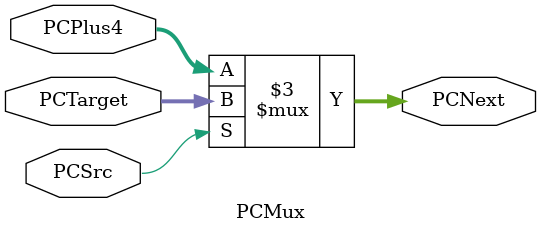
<source format=sv>
module PCMux (
	input logic [31:0] PCPlus4,
	input logic [31:0] PCTarget,
	input logic PCSrc,

	output logic [31: 0] PCNext
);

always_comb begin
	if (PCSrc) 
		PCNext = PCTarget;	
	else
		PCNext = PCPlus4;	
end

endmodule
	
</source>
